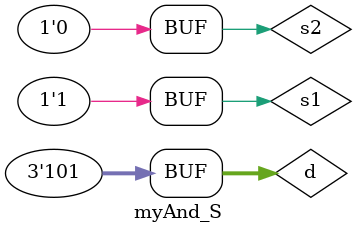
<source format=v>
`timescale 1ns / 1ps


module myAnd_S(

    );
    reg s1=1;
    reg s2=1;
    reg [2:0]d=7;
    wire [2:0]od;
    myAnd myand(s1,s2,d,od);
    initial 
        begin
            #100 d[1]=0;
            #100 s1=0;
            #100 s1=1;
            #100 s2=0;
        end
    
endmodule

</source>
